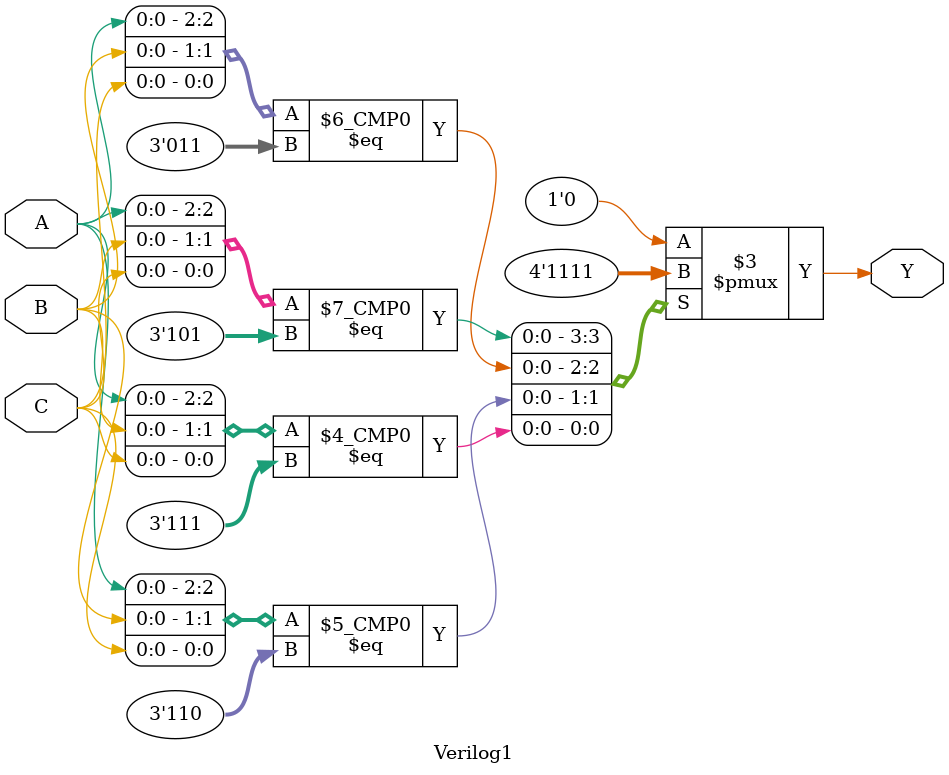
<source format=v>


module Verilog1 (A,B,C,Y);
  input A,B,C;
  output reg Y;
  always@(A,B,C)
    begin : Verilog1
      case({A,B,C})      
          3'b101 : Y<=1;
		  3'b011 : Y<=1;
		  3'b110 : Y<=1;
		  3'b111 : Y<=1;
        default : Y<=0;
      endcase
    end
endmodule 

 //module Verilog0 (A,B,C,Y);
  //input A,B,C;
  //output reg Y;
  //always@(A,B,C)
    //begin : Verilog0
      //case({A,B,C})      
          //3'b000 : Y<=1;
		  //3'b111 : Y<=1;
        //default : Y<=0;
      //endcase
    //end
//endmodule 

//module Verilog2 (R,Y,G,X);
  //input R,Y,G;
  //output reg X;
  //always@(R,Y,G)
    //begin : Verilog2
      //case({R,Y,G})      
        //3'b000 : X<=1;
		  //3'b001 : X<=0;
		  //3'b010 : X<=0;
		  //3'b011 : X<=1;
		  //3'b100 : X<=0;
		  //3'b101 : X<=1;
		  //3'b110 : X<=1;
		  //3'b111 : X<=1;
        //default : X<=0;
      //endcase
    //end
//endmodule


//module Verilog2 (R,Y,G,Z);
  //input R,Y,G;
  //output reg Z;
  //always@(R,Y,G)
    //begin : Verilog2
      //case({R,Y,G})     
		  //3'b001 : Z<=0;
		  //3'b010 : Z<=0;
          //3'b100 : Z<=0;
        //default : Z<=1;
      //endcase
    //end
//endmodule  
</source>
